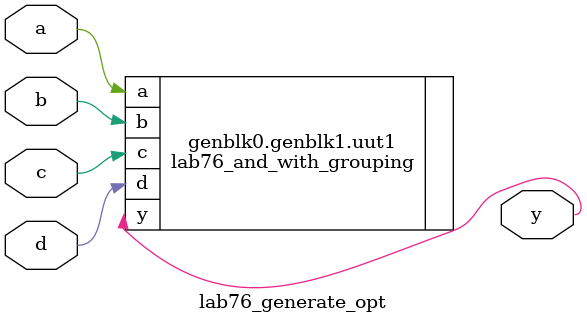
<source format=v>
`timescale 1ns / 1ps

`define opt 1            // this is optimise and i have set it to 1
module lab76_generate_opt(
                    input a, b, c, d, 
                    output y
    );
 generate
 begin
    case(`opt)  
    
             
    1'b0 : begin            // this is for opt 0 (this is optimised solution)
                    lab76_and_ladder uut2(
                     .a(a), .b(b), .c(c), .d(d), 
                     .y(y)
                       );   
            end
            
     1'b1 : begin             // this is for opt 1 (this is optimised solution
                    lab76_and_with_grouping uut1(
                            .a(a), .b(b), .c(c), .d(d), 
                            .y(y)
                       );   
           end
      endcase
 end
 endgenerate   
endmodule

</source>
